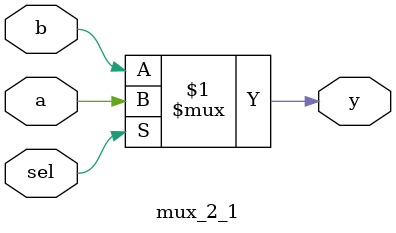
<source format=sv>
module mux_2_1(input logic sel,a,b,
            output logic y);
assign y = sel ? a : b; //se sel = 1 allora y = a
endmodule
</source>
